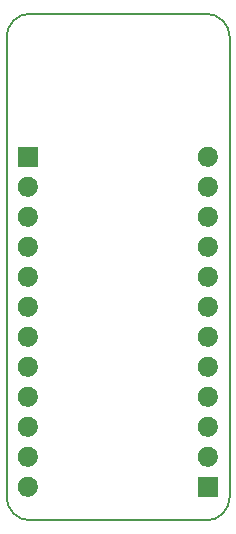
<source format=gbr>
G04 #@! TF.GenerationSoftware,KiCad,Pcbnew,5.1.5-52549c5~84~ubuntu19.10.1*
G04 #@! TF.CreationDate,2020-02-24T20:41:03+02:00*
G04 #@! TF.ProjectId,BRK-TSSOP-24-4.4x7.8-P0.65,42524b2d-5453-4534-9f50-2d32342d342e,v1.0*
G04 #@! TF.SameCoordinates,Original*
G04 #@! TF.FileFunction,Soldermask,Bot*
G04 #@! TF.FilePolarity,Negative*
%FSLAX46Y46*%
G04 Gerber Fmt 4.6, Leading zero omitted, Abs format (unit mm)*
G04 Created by KiCad (PCBNEW 5.1.5-52549c5~84~ubuntu19.10.1) date 2020-02-24 20:41:03*
%MOMM*%
%LPD*%
G04 APERTURE LIST*
%ADD10C,0.150000*%
%ADD11C,0.100000*%
G04 APERTURE END LIST*
D10*
X53000000Y-90900000D02*
G75*
G02X51000000Y-88900000I0J2000000D01*
G01*
X69900000Y-88900000D02*
G75*
G02X67900000Y-90900000I-2000000J0D01*
G01*
X67900000Y-48000000D02*
G75*
G02X69900000Y-50000000I0J-2000000D01*
G01*
X51000000Y-50000000D02*
G75*
G02X53000000Y-48000000I2000000J0D01*
G01*
X67900000Y-90900000D02*
X53000000Y-90900000D01*
X69900000Y-50000000D02*
X69900000Y-88900000D01*
X53000000Y-48000000D02*
X67900000Y-48000000D01*
X51000000Y-88900000D02*
X51000000Y-50000000D01*
D11*
G36*
X68890000Y-88890000D02*
G01*
X67190000Y-88890000D01*
X67190000Y-87190000D01*
X68890000Y-87190000D01*
X68890000Y-88890000D01*
G37*
G36*
X53047936Y-87222665D02*
G01*
X53047938Y-87222666D01*
X53047939Y-87222666D01*
X53202628Y-87286740D01*
X53341842Y-87379760D01*
X53460240Y-87498158D01*
X53553260Y-87637372D01*
X53617334Y-87792061D01*
X53650000Y-87956284D01*
X53650000Y-88123716D01*
X53617334Y-88287939D01*
X53553260Y-88442628D01*
X53460240Y-88581842D01*
X53341842Y-88700240D01*
X53202628Y-88793260D01*
X53047939Y-88857334D01*
X53047938Y-88857334D01*
X53047936Y-88857335D01*
X52883718Y-88890000D01*
X52716282Y-88890000D01*
X52552064Y-88857335D01*
X52552062Y-88857334D01*
X52552061Y-88857334D01*
X52397372Y-88793260D01*
X52258158Y-88700240D01*
X52139760Y-88581842D01*
X52046740Y-88442628D01*
X51982666Y-88287939D01*
X51950000Y-88123716D01*
X51950000Y-87956284D01*
X51982666Y-87792061D01*
X52046740Y-87637372D01*
X52139760Y-87498158D01*
X52258158Y-87379760D01*
X52397372Y-87286740D01*
X52552061Y-87222666D01*
X52552062Y-87222666D01*
X52552064Y-87222665D01*
X52716282Y-87190000D01*
X52883718Y-87190000D01*
X53047936Y-87222665D01*
G37*
G36*
X68287936Y-84682665D02*
G01*
X68287938Y-84682666D01*
X68287939Y-84682666D01*
X68442628Y-84746740D01*
X68581842Y-84839760D01*
X68700240Y-84958158D01*
X68793260Y-85097372D01*
X68857334Y-85252061D01*
X68890000Y-85416284D01*
X68890000Y-85583716D01*
X68857334Y-85747939D01*
X68793260Y-85902628D01*
X68700240Y-86041842D01*
X68581842Y-86160240D01*
X68442628Y-86253260D01*
X68287939Y-86317334D01*
X68287938Y-86317334D01*
X68287936Y-86317335D01*
X68123718Y-86350000D01*
X67956282Y-86350000D01*
X67792064Y-86317335D01*
X67792062Y-86317334D01*
X67792061Y-86317334D01*
X67637372Y-86253260D01*
X67498158Y-86160240D01*
X67379760Y-86041842D01*
X67286740Y-85902628D01*
X67222666Y-85747939D01*
X67190000Y-85583716D01*
X67190000Y-85416284D01*
X67222666Y-85252061D01*
X67286740Y-85097372D01*
X67379760Y-84958158D01*
X67498158Y-84839760D01*
X67637372Y-84746740D01*
X67792061Y-84682666D01*
X67792062Y-84682666D01*
X67792064Y-84682665D01*
X67956282Y-84650000D01*
X68123718Y-84650000D01*
X68287936Y-84682665D01*
G37*
G36*
X53047936Y-84682665D02*
G01*
X53047938Y-84682666D01*
X53047939Y-84682666D01*
X53202628Y-84746740D01*
X53341842Y-84839760D01*
X53460240Y-84958158D01*
X53553260Y-85097372D01*
X53617334Y-85252061D01*
X53650000Y-85416284D01*
X53650000Y-85583716D01*
X53617334Y-85747939D01*
X53553260Y-85902628D01*
X53460240Y-86041842D01*
X53341842Y-86160240D01*
X53202628Y-86253260D01*
X53047939Y-86317334D01*
X53047938Y-86317334D01*
X53047936Y-86317335D01*
X52883718Y-86350000D01*
X52716282Y-86350000D01*
X52552064Y-86317335D01*
X52552062Y-86317334D01*
X52552061Y-86317334D01*
X52397372Y-86253260D01*
X52258158Y-86160240D01*
X52139760Y-86041842D01*
X52046740Y-85902628D01*
X51982666Y-85747939D01*
X51950000Y-85583716D01*
X51950000Y-85416284D01*
X51982666Y-85252061D01*
X52046740Y-85097372D01*
X52139760Y-84958158D01*
X52258158Y-84839760D01*
X52397372Y-84746740D01*
X52552061Y-84682666D01*
X52552062Y-84682666D01*
X52552064Y-84682665D01*
X52716282Y-84650000D01*
X52883718Y-84650000D01*
X53047936Y-84682665D01*
G37*
G36*
X53047936Y-82142665D02*
G01*
X53047938Y-82142666D01*
X53047939Y-82142666D01*
X53202628Y-82206740D01*
X53341842Y-82299760D01*
X53460240Y-82418158D01*
X53553260Y-82557372D01*
X53617334Y-82712061D01*
X53650000Y-82876284D01*
X53650000Y-83043716D01*
X53617334Y-83207939D01*
X53553260Y-83362628D01*
X53460240Y-83501842D01*
X53341842Y-83620240D01*
X53202628Y-83713260D01*
X53047939Y-83777334D01*
X53047938Y-83777334D01*
X53047936Y-83777335D01*
X52883718Y-83810000D01*
X52716282Y-83810000D01*
X52552064Y-83777335D01*
X52552062Y-83777334D01*
X52552061Y-83777334D01*
X52397372Y-83713260D01*
X52258158Y-83620240D01*
X52139760Y-83501842D01*
X52046740Y-83362628D01*
X51982666Y-83207939D01*
X51950000Y-83043716D01*
X51950000Y-82876284D01*
X51982666Y-82712061D01*
X52046740Y-82557372D01*
X52139760Y-82418158D01*
X52258158Y-82299760D01*
X52397372Y-82206740D01*
X52552061Y-82142666D01*
X52552062Y-82142666D01*
X52552064Y-82142665D01*
X52716282Y-82110000D01*
X52883718Y-82110000D01*
X53047936Y-82142665D01*
G37*
G36*
X68287936Y-82142665D02*
G01*
X68287938Y-82142666D01*
X68287939Y-82142666D01*
X68442628Y-82206740D01*
X68581842Y-82299760D01*
X68700240Y-82418158D01*
X68793260Y-82557372D01*
X68857334Y-82712061D01*
X68890000Y-82876284D01*
X68890000Y-83043716D01*
X68857334Y-83207939D01*
X68793260Y-83362628D01*
X68700240Y-83501842D01*
X68581842Y-83620240D01*
X68442628Y-83713260D01*
X68287939Y-83777334D01*
X68287938Y-83777334D01*
X68287936Y-83777335D01*
X68123718Y-83810000D01*
X67956282Y-83810000D01*
X67792064Y-83777335D01*
X67792062Y-83777334D01*
X67792061Y-83777334D01*
X67637372Y-83713260D01*
X67498158Y-83620240D01*
X67379760Y-83501842D01*
X67286740Y-83362628D01*
X67222666Y-83207939D01*
X67190000Y-83043716D01*
X67190000Y-82876284D01*
X67222666Y-82712061D01*
X67286740Y-82557372D01*
X67379760Y-82418158D01*
X67498158Y-82299760D01*
X67637372Y-82206740D01*
X67792061Y-82142666D01*
X67792062Y-82142666D01*
X67792064Y-82142665D01*
X67956282Y-82110000D01*
X68123718Y-82110000D01*
X68287936Y-82142665D01*
G37*
G36*
X68287936Y-79602665D02*
G01*
X68287938Y-79602666D01*
X68287939Y-79602666D01*
X68442628Y-79666740D01*
X68581842Y-79759760D01*
X68700240Y-79878158D01*
X68793260Y-80017372D01*
X68857334Y-80172061D01*
X68890000Y-80336284D01*
X68890000Y-80503716D01*
X68857334Y-80667939D01*
X68793260Y-80822628D01*
X68700240Y-80961842D01*
X68581842Y-81080240D01*
X68442628Y-81173260D01*
X68287939Y-81237334D01*
X68287938Y-81237334D01*
X68287936Y-81237335D01*
X68123718Y-81270000D01*
X67956282Y-81270000D01*
X67792064Y-81237335D01*
X67792062Y-81237334D01*
X67792061Y-81237334D01*
X67637372Y-81173260D01*
X67498158Y-81080240D01*
X67379760Y-80961842D01*
X67286740Y-80822628D01*
X67222666Y-80667939D01*
X67190000Y-80503716D01*
X67190000Y-80336284D01*
X67222666Y-80172061D01*
X67286740Y-80017372D01*
X67379760Y-79878158D01*
X67498158Y-79759760D01*
X67637372Y-79666740D01*
X67792061Y-79602666D01*
X67792062Y-79602666D01*
X67792064Y-79602665D01*
X67956282Y-79570000D01*
X68123718Y-79570000D01*
X68287936Y-79602665D01*
G37*
G36*
X53047936Y-79602665D02*
G01*
X53047938Y-79602666D01*
X53047939Y-79602666D01*
X53202628Y-79666740D01*
X53341842Y-79759760D01*
X53460240Y-79878158D01*
X53553260Y-80017372D01*
X53617334Y-80172061D01*
X53650000Y-80336284D01*
X53650000Y-80503716D01*
X53617334Y-80667939D01*
X53553260Y-80822628D01*
X53460240Y-80961842D01*
X53341842Y-81080240D01*
X53202628Y-81173260D01*
X53047939Y-81237334D01*
X53047938Y-81237334D01*
X53047936Y-81237335D01*
X52883718Y-81270000D01*
X52716282Y-81270000D01*
X52552064Y-81237335D01*
X52552062Y-81237334D01*
X52552061Y-81237334D01*
X52397372Y-81173260D01*
X52258158Y-81080240D01*
X52139760Y-80961842D01*
X52046740Y-80822628D01*
X51982666Y-80667939D01*
X51950000Y-80503716D01*
X51950000Y-80336284D01*
X51982666Y-80172061D01*
X52046740Y-80017372D01*
X52139760Y-79878158D01*
X52258158Y-79759760D01*
X52397372Y-79666740D01*
X52552061Y-79602666D01*
X52552062Y-79602666D01*
X52552064Y-79602665D01*
X52716282Y-79570000D01*
X52883718Y-79570000D01*
X53047936Y-79602665D01*
G37*
G36*
X68287936Y-77062665D02*
G01*
X68287938Y-77062666D01*
X68287939Y-77062666D01*
X68442628Y-77126740D01*
X68581842Y-77219760D01*
X68700240Y-77338158D01*
X68793260Y-77477372D01*
X68857334Y-77632061D01*
X68890000Y-77796284D01*
X68890000Y-77963716D01*
X68857334Y-78127939D01*
X68793260Y-78282628D01*
X68700240Y-78421842D01*
X68581842Y-78540240D01*
X68442628Y-78633260D01*
X68287939Y-78697334D01*
X68287938Y-78697334D01*
X68287936Y-78697335D01*
X68123718Y-78730000D01*
X67956282Y-78730000D01*
X67792064Y-78697335D01*
X67792062Y-78697334D01*
X67792061Y-78697334D01*
X67637372Y-78633260D01*
X67498158Y-78540240D01*
X67379760Y-78421842D01*
X67286740Y-78282628D01*
X67222666Y-78127939D01*
X67190000Y-77963716D01*
X67190000Y-77796284D01*
X67222666Y-77632061D01*
X67286740Y-77477372D01*
X67379760Y-77338158D01*
X67498158Y-77219760D01*
X67637372Y-77126740D01*
X67792061Y-77062666D01*
X67792062Y-77062666D01*
X67792064Y-77062665D01*
X67956282Y-77030000D01*
X68123718Y-77030000D01*
X68287936Y-77062665D01*
G37*
G36*
X53047936Y-77062665D02*
G01*
X53047938Y-77062666D01*
X53047939Y-77062666D01*
X53202628Y-77126740D01*
X53341842Y-77219760D01*
X53460240Y-77338158D01*
X53553260Y-77477372D01*
X53617334Y-77632061D01*
X53650000Y-77796284D01*
X53650000Y-77963716D01*
X53617334Y-78127939D01*
X53553260Y-78282628D01*
X53460240Y-78421842D01*
X53341842Y-78540240D01*
X53202628Y-78633260D01*
X53047939Y-78697334D01*
X53047938Y-78697334D01*
X53047936Y-78697335D01*
X52883718Y-78730000D01*
X52716282Y-78730000D01*
X52552064Y-78697335D01*
X52552062Y-78697334D01*
X52552061Y-78697334D01*
X52397372Y-78633260D01*
X52258158Y-78540240D01*
X52139760Y-78421842D01*
X52046740Y-78282628D01*
X51982666Y-78127939D01*
X51950000Y-77963716D01*
X51950000Y-77796284D01*
X51982666Y-77632061D01*
X52046740Y-77477372D01*
X52139760Y-77338158D01*
X52258158Y-77219760D01*
X52397372Y-77126740D01*
X52552061Y-77062666D01*
X52552062Y-77062666D01*
X52552064Y-77062665D01*
X52716282Y-77030000D01*
X52883718Y-77030000D01*
X53047936Y-77062665D01*
G37*
G36*
X68287936Y-74522665D02*
G01*
X68287938Y-74522666D01*
X68287939Y-74522666D01*
X68442628Y-74586740D01*
X68581842Y-74679760D01*
X68700240Y-74798158D01*
X68793260Y-74937372D01*
X68857334Y-75092061D01*
X68890000Y-75256284D01*
X68890000Y-75423716D01*
X68857334Y-75587939D01*
X68793260Y-75742628D01*
X68700240Y-75881842D01*
X68581842Y-76000240D01*
X68442628Y-76093260D01*
X68287939Y-76157334D01*
X68287938Y-76157334D01*
X68287936Y-76157335D01*
X68123718Y-76190000D01*
X67956282Y-76190000D01*
X67792064Y-76157335D01*
X67792062Y-76157334D01*
X67792061Y-76157334D01*
X67637372Y-76093260D01*
X67498158Y-76000240D01*
X67379760Y-75881842D01*
X67286740Y-75742628D01*
X67222666Y-75587939D01*
X67190000Y-75423716D01*
X67190000Y-75256284D01*
X67222666Y-75092061D01*
X67286740Y-74937372D01*
X67379760Y-74798158D01*
X67498158Y-74679760D01*
X67637372Y-74586740D01*
X67792061Y-74522666D01*
X67792062Y-74522666D01*
X67792064Y-74522665D01*
X67956282Y-74490000D01*
X68123718Y-74490000D01*
X68287936Y-74522665D01*
G37*
G36*
X53047936Y-74522665D02*
G01*
X53047938Y-74522666D01*
X53047939Y-74522666D01*
X53202628Y-74586740D01*
X53341842Y-74679760D01*
X53460240Y-74798158D01*
X53553260Y-74937372D01*
X53617334Y-75092061D01*
X53650000Y-75256284D01*
X53650000Y-75423716D01*
X53617334Y-75587939D01*
X53553260Y-75742628D01*
X53460240Y-75881842D01*
X53341842Y-76000240D01*
X53202628Y-76093260D01*
X53047939Y-76157334D01*
X53047938Y-76157334D01*
X53047936Y-76157335D01*
X52883718Y-76190000D01*
X52716282Y-76190000D01*
X52552064Y-76157335D01*
X52552062Y-76157334D01*
X52552061Y-76157334D01*
X52397372Y-76093260D01*
X52258158Y-76000240D01*
X52139760Y-75881842D01*
X52046740Y-75742628D01*
X51982666Y-75587939D01*
X51950000Y-75423716D01*
X51950000Y-75256284D01*
X51982666Y-75092061D01*
X52046740Y-74937372D01*
X52139760Y-74798158D01*
X52258158Y-74679760D01*
X52397372Y-74586740D01*
X52552061Y-74522666D01*
X52552062Y-74522666D01*
X52552064Y-74522665D01*
X52716282Y-74490000D01*
X52883718Y-74490000D01*
X53047936Y-74522665D01*
G37*
G36*
X53047936Y-71982665D02*
G01*
X53047938Y-71982666D01*
X53047939Y-71982666D01*
X53202628Y-72046740D01*
X53341842Y-72139760D01*
X53460240Y-72258158D01*
X53553260Y-72397372D01*
X53617334Y-72552061D01*
X53650000Y-72716284D01*
X53650000Y-72883716D01*
X53617334Y-73047939D01*
X53553260Y-73202628D01*
X53460240Y-73341842D01*
X53341842Y-73460240D01*
X53202628Y-73553260D01*
X53047939Y-73617334D01*
X53047938Y-73617334D01*
X53047936Y-73617335D01*
X52883718Y-73650000D01*
X52716282Y-73650000D01*
X52552064Y-73617335D01*
X52552062Y-73617334D01*
X52552061Y-73617334D01*
X52397372Y-73553260D01*
X52258158Y-73460240D01*
X52139760Y-73341842D01*
X52046740Y-73202628D01*
X51982666Y-73047939D01*
X51950000Y-72883716D01*
X51950000Y-72716284D01*
X51982666Y-72552061D01*
X52046740Y-72397372D01*
X52139760Y-72258158D01*
X52258158Y-72139760D01*
X52397372Y-72046740D01*
X52552061Y-71982666D01*
X52552062Y-71982666D01*
X52552064Y-71982665D01*
X52716282Y-71950000D01*
X52883718Y-71950000D01*
X53047936Y-71982665D01*
G37*
G36*
X68287936Y-71982665D02*
G01*
X68287938Y-71982666D01*
X68287939Y-71982666D01*
X68442628Y-72046740D01*
X68581842Y-72139760D01*
X68700240Y-72258158D01*
X68793260Y-72397372D01*
X68857334Y-72552061D01*
X68890000Y-72716284D01*
X68890000Y-72883716D01*
X68857334Y-73047939D01*
X68793260Y-73202628D01*
X68700240Y-73341842D01*
X68581842Y-73460240D01*
X68442628Y-73553260D01*
X68287939Y-73617334D01*
X68287938Y-73617334D01*
X68287936Y-73617335D01*
X68123718Y-73650000D01*
X67956282Y-73650000D01*
X67792064Y-73617335D01*
X67792062Y-73617334D01*
X67792061Y-73617334D01*
X67637372Y-73553260D01*
X67498158Y-73460240D01*
X67379760Y-73341842D01*
X67286740Y-73202628D01*
X67222666Y-73047939D01*
X67190000Y-72883716D01*
X67190000Y-72716284D01*
X67222666Y-72552061D01*
X67286740Y-72397372D01*
X67379760Y-72258158D01*
X67498158Y-72139760D01*
X67637372Y-72046740D01*
X67792061Y-71982666D01*
X67792062Y-71982666D01*
X67792064Y-71982665D01*
X67956282Y-71950000D01*
X68123718Y-71950000D01*
X68287936Y-71982665D01*
G37*
G36*
X53047936Y-69442665D02*
G01*
X53047938Y-69442666D01*
X53047939Y-69442666D01*
X53202628Y-69506740D01*
X53341842Y-69599760D01*
X53460240Y-69718158D01*
X53553260Y-69857372D01*
X53617334Y-70012061D01*
X53650000Y-70176284D01*
X53650000Y-70343716D01*
X53617334Y-70507939D01*
X53553260Y-70662628D01*
X53460240Y-70801842D01*
X53341842Y-70920240D01*
X53202628Y-71013260D01*
X53047939Y-71077334D01*
X53047938Y-71077334D01*
X53047936Y-71077335D01*
X52883718Y-71110000D01*
X52716282Y-71110000D01*
X52552064Y-71077335D01*
X52552062Y-71077334D01*
X52552061Y-71077334D01*
X52397372Y-71013260D01*
X52258158Y-70920240D01*
X52139760Y-70801842D01*
X52046740Y-70662628D01*
X51982666Y-70507939D01*
X51950000Y-70343716D01*
X51950000Y-70176284D01*
X51982666Y-70012061D01*
X52046740Y-69857372D01*
X52139760Y-69718158D01*
X52258158Y-69599760D01*
X52397372Y-69506740D01*
X52552061Y-69442666D01*
X52552062Y-69442666D01*
X52552064Y-69442665D01*
X52716282Y-69410000D01*
X52883718Y-69410000D01*
X53047936Y-69442665D01*
G37*
G36*
X68287936Y-69442665D02*
G01*
X68287938Y-69442666D01*
X68287939Y-69442666D01*
X68442628Y-69506740D01*
X68581842Y-69599760D01*
X68700240Y-69718158D01*
X68793260Y-69857372D01*
X68857334Y-70012061D01*
X68890000Y-70176284D01*
X68890000Y-70343716D01*
X68857334Y-70507939D01*
X68793260Y-70662628D01*
X68700240Y-70801842D01*
X68581842Y-70920240D01*
X68442628Y-71013260D01*
X68287939Y-71077334D01*
X68287938Y-71077334D01*
X68287936Y-71077335D01*
X68123718Y-71110000D01*
X67956282Y-71110000D01*
X67792064Y-71077335D01*
X67792062Y-71077334D01*
X67792061Y-71077334D01*
X67637372Y-71013260D01*
X67498158Y-70920240D01*
X67379760Y-70801842D01*
X67286740Y-70662628D01*
X67222666Y-70507939D01*
X67190000Y-70343716D01*
X67190000Y-70176284D01*
X67222666Y-70012061D01*
X67286740Y-69857372D01*
X67379760Y-69718158D01*
X67498158Y-69599760D01*
X67637372Y-69506740D01*
X67792061Y-69442666D01*
X67792062Y-69442666D01*
X67792064Y-69442665D01*
X67956282Y-69410000D01*
X68123718Y-69410000D01*
X68287936Y-69442665D01*
G37*
G36*
X53047936Y-66902665D02*
G01*
X53047938Y-66902666D01*
X53047939Y-66902666D01*
X53202628Y-66966740D01*
X53341842Y-67059760D01*
X53460240Y-67178158D01*
X53553260Y-67317372D01*
X53617334Y-67472061D01*
X53650000Y-67636284D01*
X53650000Y-67803716D01*
X53617334Y-67967939D01*
X53553260Y-68122628D01*
X53460240Y-68261842D01*
X53341842Y-68380240D01*
X53202628Y-68473260D01*
X53047939Y-68537334D01*
X53047938Y-68537334D01*
X53047936Y-68537335D01*
X52883718Y-68570000D01*
X52716282Y-68570000D01*
X52552064Y-68537335D01*
X52552062Y-68537334D01*
X52552061Y-68537334D01*
X52397372Y-68473260D01*
X52258158Y-68380240D01*
X52139760Y-68261842D01*
X52046740Y-68122628D01*
X51982666Y-67967939D01*
X51950000Y-67803716D01*
X51950000Y-67636284D01*
X51982666Y-67472061D01*
X52046740Y-67317372D01*
X52139760Y-67178158D01*
X52258158Y-67059760D01*
X52397372Y-66966740D01*
X52552061Y-66902666D01*
X52552062Y-66902666D01*
X52552064Y-66902665D01*
X52716282Y-66870000D01*
X52883718Y-66870000D01*
X53047936Y-66902665D01*
G37*
G36*
X68287936Y-66902665D02*
G01*
X68287938Y-66902666D01*
X68287939Y-66902666D01*
X68442628Y-66966740D01*
X68581842Y-67059760D01*
X68700240Y-67178158D01*
X68793260Y-67317372D01*
X68857334Y-67472061D01*
X68890000Y-67636284D01*
X68890000Y-67803716D01*
X68857334Y-67967939D01*
X68793260Y-68122628D01*
X68700240Y-68261842D01*
X68581842Y-68380240D01*
X68442628Y-68473260D01*
X68287939Y-68537334D01*
X68287938Y-68537334D01*
X68287936Y-68537335D01*
X68123718Y-68570000D01*
X67956282Y-68570000D01*
X67792064Y-68537335D01*
X67792062Y-68537334D01*
X67792061Y-68537334D01*
X67637372Y-68473260D01*
X67498158Y-68380240D01*
X67379760Y-68261842D01*
X67286740Y-68122628D01*
X67222666Y-67967939D01*
X67190000Y-67803716D01*
X67190000Y-67636284D01*
X67222666Y-67472061D01*
X67286740Y-67317372D01*
X67379760Y-67178158D01*
X67498158Y-67059760D01*
X67637372Y-66966740D01*
X67792061Y-66902666D01*
X67792062Y-66902666D01*
X67792064Y-66902665D01*
X67956282Y-66870000D01*
X68123718Y-66870000D01*
X68287936Y-66902665D01*
G37*
G36*
X68287936Y-64362665D02*
G01*
X68287938Y-64362666D01*
X68287939Y-64362666D01*
X68442628Y-64426740D01*
X68581842Y-64519760D01*
X68700240Y-64638158D01*
X68793260Y-64777372D01*
X68857334Y-64932061D01*
X68890000Y-65096284D01*
X68890000Y-65263716D01*
X68857334Y-65427939D01*
X68793260Y-65582628D01*
X68700240Y-65721842D01*
X68581842Y-65840240D01*
X68442628Y-65933260D01*
X68287939Y-65997334D01*
X68287938Y-65997334D01*
X68287936Y-65997335D01*
X68123718Y-66030000D01*
X67956282Y-66030000D01*
X67792064Y-65997335D01*
X67792062Y-65997334D01*
X67792061Y-65997334D01*
X67637372Y-65933260D01*
X67498158Y-65840240D01*
X67379760Y-65721842D01*
X67286740Y-65582628D01*
X67222666Y-65427939D01*
X67190000Y-65263716D01*
X67190000Y-65096284D01*
X67222666Y-64932061D01*
X67286740Y-64777372D01*
X67379760Y-64638158D01*
X67498158Y-64519760D01*
X67637372Y-64426740D01*
X67792061Y-64362666D01*
X67792062Y-64362666D01*
X67792064Y-64362665D01*
X67956282Y-64330000D01*
X68123718Y-64330000D01*
X68287936Y-64362665D01*
G37*
G36*
X53047936Y-64362665D02*
G01*
X53047938Y-64362666D01*
X53047939Y-64362666D01*
X53202628Y-64426740D01*
X53341842Y-64519760D01*
X53460240Y-64638158D01*
X53553260Y-64777372D01*
X53617334Y-64932061D01*
X53650000Y-65096284D01*
X53650000Y-65263716D01*
X53617334Y-65427939D01*
X53553260Y-65582628D01*
X53460240Y-65721842D01*
X53341842Y-65840240D01*
X53202628Y-65933260D01*
X53047939Y-65997334D01*
X53047938Y-65997334D01*
X53047936Y-65997335D01*
X52883718Y-66030000D01*
X52716282Y-66030000D01*
X52552064Y-65997335D01*
X52552062Y-65997334D01*
X52552061Y-65997334D01*
X52397372Y-65933260D01*
X52258158Y-65840240D01*
X52139760Y-65721842D01*
X52046740Y-65582628D01*
X51982666Y-65427939D01*
X51950000Y-65263716D01*
X51950000Y-65096284D01*
X51982666Y-64932061D01*
X52046740Y-64777372D01*
X52139760Y-64638158D01*
X52258158Y-64519760D01*
X52397372Y-64426740D01*
X52552061Y-64362666D01*
X52552062Y-64362666D01*
X52552064Y-64362665D01*
X52716282Y-64330000D01*
X52883718Y-64330000D01*
X53047936Y-64362665D01*
G37*
G36*
X68287936Y-61822665D02*
G01*
X68287938Y-61822666D01*
X68287939Y-61822666D01*
X68442628Y-61886740D01*
X68581842Y-61979760D01*
X68700240Y-62098158D01*
X68793260Y-62237372D01*
X68857334Y-62392061D01*
X68890000Y-62556284D01*
X68890000Y-62723716D01*
X68857334Y-62887939D01*
X68793260Y-63042628D01*
X68700240Y-63181842D01*
X68581842Y-63300240D01*
X68442628Y-63393260D01*
X68287939Y-63457334D01*
X68287938Y-63457334D01*
X68287936Y-63457335D01*
X68123718Y-63490000D01*
X67956282Y-63490000D01*
X67792064Y-63457335D01*
X67792062Y-63457334D01*
X67792061Y-63457334D01*
X67637372Y-63393260D01*
X67498158Y-63300240D01*
X67379760Y-63181842D01*
X67286740Y-63042628D01*
X67222666Y-62887939D01*
X67190000Y-62723716D01*
X67190000Y-62556284D01*
X67222666Y-62392061D01*
X67286740Y-62237372D01*
X67379760Y-62098158D01*
X67498158Y-61979760D01*
X67637372Y-61886740D01*
X67792061Y-61822666D01*
X67792062Y-61822666D01*
X67792064Y-61822665D01*
X67956282Y-61790000D01*
X68123718Y-61790000D01*
X68287936Y-61822665D01*
G37*
G36*
X53047936Y-61822665D02*
G01*
X53047938Y-61822666D01*
X53047939Y-61822666D01*
X53202628Y-61886740D01*
X53341842Y-61979760D01*
X53460240Y-62098158D01*
X53553260Y-62237372D01*
X53617334Y-62392061D01*
X53650000Y-62556284D01*
X53650000Y-62723716D01*
X53617334Y-62887939D01*
X53553260Y-63042628D01*
X53460240Y-63181842D01*
X53341842Y-63300240D01*
X53202628Y-63393260D01*
X53047939Y-63457334D01*
X53047938Y-63457334D01*
X53047936Y-63457335D01*
X52883718Y-63490000D01*
X52716282Y-63490000D01*
X52552064Y-63457335D01*
X52552062Y-63457334D01*
X52552061Y-63457334D01*
X52397372Y-63393260D01*
X52258158Y-63300240D01*
X52139760Y-63181842D01*
X52046740Y-63042628D01*
X51982666Y-62887939D01*
X51950000Y-62723716D01*
X51950000Y-62556284D01*
X51982666Y-62392061D01*
X52046740Y-62237372D01*
X52139760Y-62098158D01*
X52258158Y-61979760D01*
X52397372Y-61886740D01*
X52552061Y-61822666D01*
X52552062Y-61822666D01*
X52552064Y-61822665D01*
X52716282Y-61790000D01*
X52883718Y-61790000D01*
X53047936Y-61822665D01*
G37*
G36*
X53650000Y-60950000D02*
G01*
X51950000Y-60950000D01*
X51950000Y-59250000D01*
X53650000Y-59250000D01*
X53650000Y-60950000D01*
G37*
G36*
X68287936Y-59282665D02*
G01*
X68287938Y-59282666D01*
X68287939Y-59282666D01*
X68442628Y-59346740D01*
X68581842Y-59439760D01*
X68700240Y-59558158D01*
X68793260Y-59697372D01*
X68857334Y-59852061D01*
X68890000Y-60016284D01*
X68890000Y-60183716D01*
X68857334Y-60347939D01*
X68793260Y-60502628D01*
X68700240Y-60641842D01*
X68581842Y-60760240D01*
X68442628Y-60853260D01*
X68287939Y-60917334D01*
X68287938Y-60917334D01*
X68287936Y-60917335D01*
X68123718Y-60950000D01*
X67956282Y-60950000D01*
X67792064Y-60917335D01*
X67792062Y-60917334D01*
X67792061Y-60917334D01*
X67637372Y-60853260D01*
X67498158Y-60760240D01*
X67379760Y-60641842D01*
X67286740Y-60502628D01*
X67222666Y-60347939D01*
X67190000Y-60183716D01*
X67190000Y-60016284D01*
X67222666Y-59852061D01*
X67286740Y-59697372D01*
X67379760Y-59558158D01*
X67498158Y-59439760D01*
X67637372Y-59346740D01*
X67792061Y-59282666D01*
X67792062Y-59282666D01*
X67792064Y-59282665D01*
X67956282Y-59250000D01*
X68123718Y-59250000D01*
X68287936Y-59282665D01*
G37*
M02*

</source>
